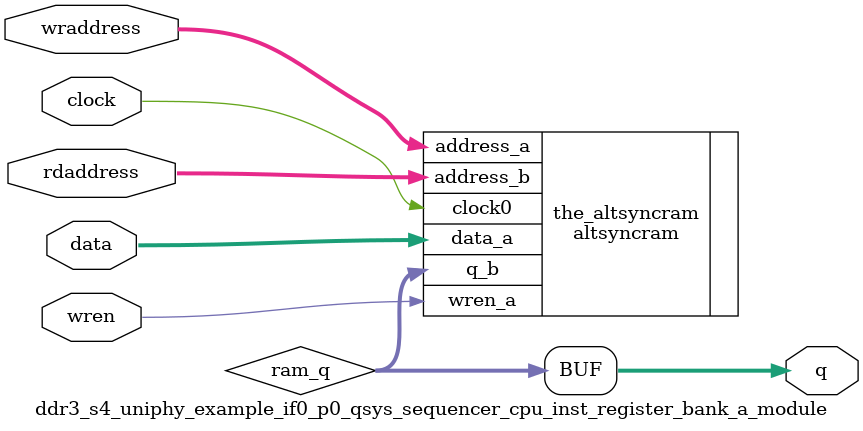
<source format=v>
module ddr3_s4_uniphy_example_if0_p0_qsys_sequencer_cpu_inst_register_bank_a_module (
                                                                                      // inputs:
                                                                                       clock,
                                                                                       data,
                                                                                       rdaddress,
                                                                                       wraddress,
                                                                                       wren,
                                                                                      // outputs:
                                                                                       q
                                                                                    )
;
  parameter lpm_file = "UNUSED";
  output  [ 31: 0] q;
  input            clock;
  input   [ 31: 0] data;
  input   [  4: 0] rdaddress;
  input   [  4: 0] wraddress;
  input            wren;
  wire    [ 31: 0] q;
  wire    [ 31: 0] ram_q;
  assign q = ram_q;
  altsyncram the_altsyncram
    (
      .address_a (wraddress),
      .address_b (rdaddress),
      .clock0 (clock),
      .data_a (data),
      .q_b (ram_q),
      .wren_a (wren)
    );
  defparam the_altsyncram.address_reg_b = "CLOCK0",
           the_altsyncram.init_file = lpm_file,
           the_altsyncram.maximum_depth = 0,
           the_altsyncram.numwords_a = 32,
           the_altsyncram.numwords_b = 32,
           the_altsyncram.operation_mode = "DUAL_PORT",
           the_altsyncram.outdata_reg_b = "UNREGISTERED",
           the_altsyncram.ram_block_type = "AUTO",
           the_altsyncram.rdcontrol_reg_b = "CLOCK0",
           the_altsyncram.read_during_write_mode_mixed_ports = "DONT_CARE",
           the_altsyncram.width_a = 32,
           the_altsyncram.width_b = 32,
           the_altsyncram.widthad_a = 5,
           the_altsyncram.widthad_b = 5;
endmodule
</source>
